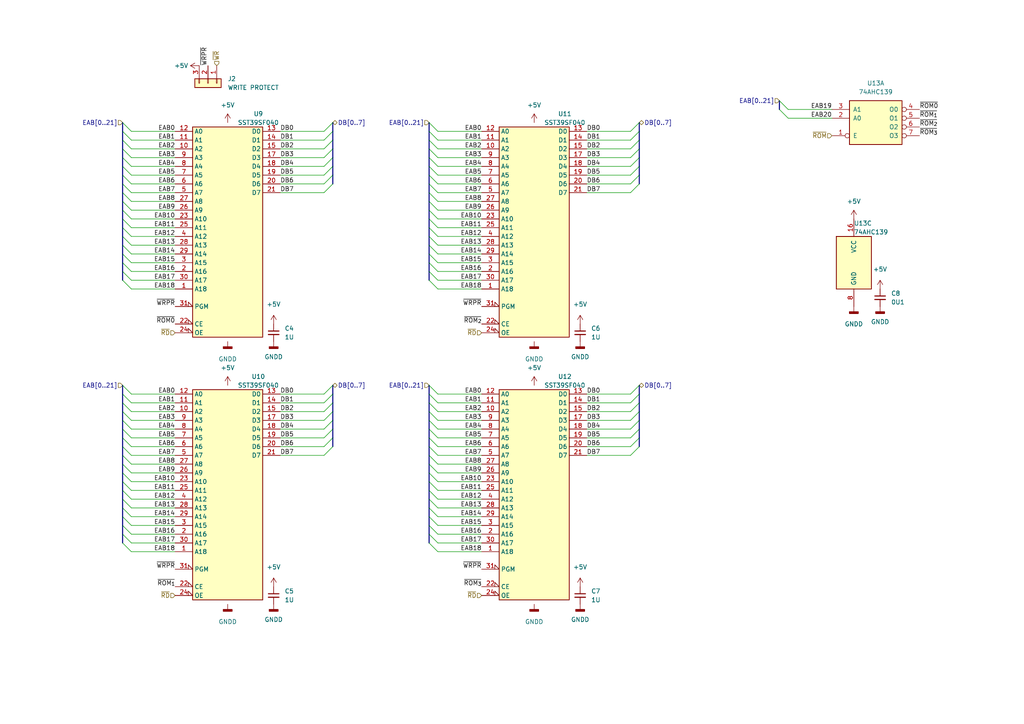
<source format=kicad_sch>
(kicad_sch (version 20211123) (generator eeschema)
  (paper "A4")
  (title_block (title "Z80 CPU INTERPOSER ROM") (date "2022-10-21") (rev "1030211022") (company "LISTOFOPTIONS") (comment 4 "rom is paged in on pages 4..127, and is in lower memory"))
  (lib_symbols
    (symbol "74xx:74LS139" (pin_names (offset 1.016))
      (property "Reference" "U" (at -7.62 8.89 0))
      (property "Value" "74LS139" (at -7.62 -8.89 0))
      (symbol "74LS139_1_0"
        (pin input inverted (at -12.7 -5.08 0) (length 5.08) (name "E") (number "1"))
        (pin input line (at -12.7 0 0) (length 5.08) (name "A0") (number "2"))
        (pin input line (at -12.7 2.54 0) (length 5.08) (name "A1") (number "3"))
        (pin output inverted (at 12.7 2.54 180) (length 5.08) (name "O0") (number "4"))
        (pin output inverted (at 12.7 0 180) (length 5.08) (name "O1") (number "5"))
        (pin output inverted (at 12.7 -2.54 180) (length 5.08) (name "O2") (number "6"))
        (pin output inverted (at 12.7 -5.08 180) (length 5.08) (name "O3") (number "7"))
      )
      (symbol "74LS139_1_1"
        (rectangle (start -7.62 5.08) (end 7.62 -7.62) (stroke (width 0.254)) (fill (type background)))
      )
      (symbol "74LS139_2_0"
        (pin output inverted (at 12.7 -2.54 180) (length 5.08) (name "O2") (number "10"))
        (pin output inverted (at 12.7 0 180) (length 5.08) (name "O1") (number "11"))
        (pin output inverted (at 12.7 2.54 180) (length 5.08) (name "O0") (number "12"))
        (pin input line (at -12.7 2.54 0) (length 5.08) (name "A1") (number "13"))
        (pin input line (at -12.7 0 0) (length 5.08) (name "A0") (number "14"))
        (pin input inverted (at -12.7 -5.08 0) (length 5.08) (name "E") (number "15"))
        (pin output inverted (at 12.7 -5.08 180) (length 5.08) (name "O3") (number "9"))
      )
      (symbol "74LS139_2_1"
        (rectangle (start -7.62 5.08) (end 7.62 -7.62) (stroke (width 0.254)) (fill (type background)))
      )
      (symbol "74LS139_3_0"
        (pin power_in line (at 0 12.7 270) (length 5.08) (name "VCC") (number "16"))
        (pin power_in line (at 0 -12.7 90) (length 5.08) (name "GND") (number "8"))
      )
      (symbol "74LS139_3_1"
        (rectangle (start -5.08 7.62) (end 5.08 -7.62) (stroke (width 0.254)) (fill (type background)))
      )
    )
    (symbol "Connector_Generic:Conn_01x03" (pin_names (offset 1.016) hide)
      (property "Reference" "J" (at 0 5.08 0))
      (property "Value" "Conn_01x03" (at 0 -5.08 0))
      (symbol "Conn_01x03_1_1"
        (rectangle (start -1.27 -2.413) (end 0 -2.667) (stroke (width 0.1524)))
        (rectangle (start -1.27 0.127) (end 0 -0.127) (stroke (width 0.1524)))
        (rectangle (start -1.27 2.667) (end 0 2.413) (stroke (width 0.1524)))
        (rectangle (start -1.27 3.81) (end 1.27 -3.81) (stroke (width 0.254)) (fill (type background)))
        (pin passive line (at -5.08 2.54 0) (length 3.81) (name "Pin_1") (number "1"))
        (pin passive line (at -5.08 0 0) (length 3.81) (name "Pin_2") (number "2"))
        (pin passive line (at -5.08 -2.54 0) (length 3.81) (name "Pin_3") (number "3"))
      )
    )
    (symbol "Device:C_Small" (pin_numbers hide) (pin_names (offset 0.254) hide)
      (property "Reference" "C" (at 0.254 1.778 0))
      (property "Value" "C_Small" (at 0.254 -2.032 0))
      (symbol "C_Small_0_1"
        (polyline (pts (xy -1.524 -0.508) (xy 1.524 -0.508)) (stroke (width 0.3302)))
        (polyline (pts (xy -1.524 0.508) (xy 1.524 0.508)) (stroke (width 0.3048)))
      )
      (symbol "C_Small_1_1"
        (pin passive line (at 0 2.54 270) (length 2.032) (name "~") (number "1"))
        (pin passive line (at 0 -2.54 90) (length 2.032) (name "~") (number "2"))
      )
    )
    (symbol "Memory_Flash:SST39SF040"
      (property "Reference" "U" (at 2.54 33.02 0))
      (property "Value" "SST39SF040" (at 0 -30.48 0))
      (symbol "SST39SF040_0_0"
        (pin power_in line (at 0 -30.48 90) (length 1.27) hide (name "GND") (number "16"))
        (pin power_in line (at 0 33.02 270) (length 1.27) hide (name "VCC") (number "32"))
      )
      (symbol "SST39SF040_0_1"
        (rectangle (start -10.16 31.75) (end 10.16 -29.21) (stroke (width 0.254)) (fill (type background)))
      )
      (symbol "SST39SF040_1_1"
        (pin input line (at -15.24 -15.24 0) (length 5.08) (name "A18") (number "1"))
        (pin input line (at -15.24 25.4 0) (length 5.08) (name "A2") (number "10"))
        (pin input line (at -15.24 27.94 0) (length 5.08) (name "A1") (number "11"))
        (pin input line (at -15.24 30.48 0) (length 5.08) (name "A0") (number "12"))
        (pin tri_state line (at 15.24 30.48 180) (length 5.08) (name "D0") (number "13"))
        (pin tri_state line (at 15.24 27.94 180) (length 5.08) (name "D1") (number "14"))
        (pin tri_state line (at 15.24 25.4 180) (length 5.08) (name "D2") (number "15"))
        (pin tri_state line (at 15.24 22.86 180) (length 5.08) (name "D3") (number "17"))
        (pin tri_state line (at 15.24 20.32 180) (length 5.08) (name "D4") (number "18"))
        (pin tri_state line (at 15.24 17.78 180) (length 5.08) (name "D5") (number "19"))
        (pin input line (at -15.24 -10.16 0) (length 5.08) (name "A16") (number "2"))
        (pin tri_state line (at 15.24 15.24 180) (length 5.08) (name "D6") (number "20"))
        (pin tri_state line (at 15.24 12.7 180) (length 5.08) (name "D7") (number "21"))
        (pin input input_low (at -15.24 -25.4 0) (length 5.08) (name "CE") (number "22"))
        (pin input line (at -15.24 5.08 0) (length 5.08) (name "A10") (number "23"))
        (pin input input_low (at -15.24 -27.94 0) (length 5.08) (name "OE") (number "24"))
        (pin input line (at -15.24 2.54 0) (length 5.08) (name "A11") (number "25"))
        (pin input line (at -15.24 7.62 0) (length 5.08) (name "A9") (number "26"))
        (pin input line (at -15.24 10.16 0) (length 5.08) (name "A8") (number "27"))
        (pin input line (at -15.24 -2.54 0) (length 5.08) (name "A13") (number "28"))
        (pin input line (at -15.24 -5.08 0) (length 5.08) (name "A14") (number "29"))
        (pin input line (at -15.24 -7.62 0) (length 5.08) (name "A15") (number "3"))
        (pin input line (at -15.24 -12.7 0) (length 5.08) (name "A17") (number "30"))
        (pin input input_low (at -15.24 -20.32 0) (length 5.08) (name "PGM") (number "31"))
        (pin input line (at -15.24 0 0) (length 5.08) (name "A12") (number "4"))
        (pin input line (at -15.24 12.7 0) (length 5.08) (name "A7") (number "5"))
        (pin input line (at -15.24 15.24 0) (length 5.08) (name "A6") (number "6"))
        (pin input line (at -15.24 17.78 0) (length 5.08) (name "A5") (number "7"))
        (pin input line (at -15.24 20.32 0) (length 5.08) (name "A4") (number "8"))
        (pin input line (at -15.24 22.86 0) (length 5.08) (name "A3") (number "9"))
      )
    )
    (symbol "power:+5V" (power) (pin_names (offset 0))
      (property "Value" "+5V" (at 0 3.556 0))
      (symbol "+5V_0_1"
        (polyline (pts (xy -0.762 1.27) (xy 0 2.54)))
        (polyline (pts (xy 0 0) (xy 0 2.54)))
        (polyline (pts (xy 0 2.54) (xy 0.762 1.27)))
      )
      (symbol "+5V_1_1"
        (pin power_in line (at 0 0 90) (length 0) hide (name "+5V") (number "1"))
      )
    )
    (symbol "power:GNDD" (power) (pin_names (offset 0))
      (property "Value" "GNDD" (at 0 -3.175 0))
      (symbol "GNDD_0_1"
        (rectangle (start -1.27 -1.524) (end 1.27 -2.032) (stroke (width 0.254)) (fill (type outline)))
        (polyline (pts (xy 0 0) (xy 0 -1.524)))
      )
      (symbol "GNDD_1_1"
        (pin power_in line (at 0 0 270) (length 0) hide (name "GNDD") (number "1"))
      )
    )
  )
  (bus_entry (at 35.56 119.38) (size 2.54 2.54))
  (bus_entry (at 35.56 50.8) (size 2.54 2.54))
  (bus_entry (at 96.52 127) (size -2.54 2.54))
  (bus_entry (at 35.56 149.86) (size 2.54 2.54))
  (bus_entry (at 124.46 48.26) (size 2.54 2.54))
  (bus_entry (at 35.56 144.78) (size 2.54 2.54))
  (bus_entry (at 124.46 127) (size 2.54 2.54))
  (bus_entry (at 96.52 40.64) (size -2.54 2.54))
  (bus_entry (at 124.46 68.58) (size 2.54 2.54))
  (bus_entry (at 35.56 137.16) (size 2.54 2.54))
  (bus_entry (at 35.56 116.84) (size 2.54 2.54))
  (bus_entry (at 35.56 66.04) (size 2.54 2.54))
  (bus_entry (at 35.56 60.96) (size 2.54 2.54))
  (bus_entry (at 35.56 132.08) (size 2.54 2.54))
  (bus_entry (at 124.46 137.16) (size 2.54 2.54))
  (bus_entry (at 185.42 129.54) (size -2.54 2.54))
  (bus_entry (at 124.46 154.94) (size 2.54 2.54))
  (bus_entry (at 96.52 119.38) (size -2.54 2.54))
  (bus_entry (at 35.56 53.34) (size 2.54 2.54))
  (bus_entry (at 185.42 53.34) (size -2.54 2.54))
  (bus_entry (at 35.56 81.28) (size 2.54 2.54))
  (bus_entry (at 96.52 124.46) (size -2.54 2.54))
  (bus_entry (at 124.46 76.2) (size 2.54 2.54))
  (bus_entry (at 124.46 78.74) (size 2.54 2.54))
  (bus_entry (at 35.56 129.54) (size 2.54 2.54))
  (bus_entry (at 35.56 124.46) (size 2.54 2.54))
  (bus_entry (at 124.46 40.64) (size 2.54 2.54))
  (bus_entry (at 124.46 71.12) (size 2.54 2.54))
  (bus_entry (at 96.52 121.92) (size -2.54 2.54))
  (bus_entry (at 35.56 38.1) (size 2.54 2.54))
  (bus_entry (at 185.42 48.26) (size -2.54 2.54))
  (bus_entry (at 35.56 147.32) (size 2.54 2.54))
  (bus_entry (at 185.42 127) (size -2.54 2.54))
  (bus_entry (at 185.42 43.18) (size -2.54 2.54))
  (bus_entry (at 96.52 50.8) (size -2.54 2.54))
  (bus_entry (at 35.56 121.92) (size 2.54 2.54))
  (bus_entry (at 124.46 134.62) (size 2.54 2.54))
  (bus_entry (at 35.56 55.88) (size 2.54 2.54))
  (bus_entry (at 35.56 71.12) (size 2.54 2.54))
  (bus_entry (at 124.46 114.3) (size 2.54 2.54))
  (bus_entry (at 35.56 157.48) (size 2.54 2.54))
  (bus_entry (at 185.42 38.1) (size -2.54 2.54))
  (bus_entry (at 185.42 119.38) (size -2.54 2.54))
  (bus_entry (at 124.46 124.46) (size 2.54 2.54))
  (bus_entry (at 96.52 111.76) (size -2.54 2.54))
  (bus_entry (at 124.46 35.56) (size 2.54 2.54))
  (bus_entry (at 96.52 48.26) (size -2.54 2.54))
  (bus_entry (at 124.46 58.42) (size 2.54 2.54))
  (bus_entry (at 226.06 31.75) (size 2.54 2.54))
  (bus_entry (at 124.46 144.78) (size 2.54 2.54))
  (bus_entry (at 35.56 76.2) (size 2.54 2.54))
  (bus_entry (at 124.46 147.32) (size 2.54 2.54))
  (bus_entry (at 185.42 35.56) (size -2.54 2.54))
  (bus_entry (at 185.42 40.64) (size -2.54 2.54))
  (bus_entry (at 124.46 139.7) (size 2.54 2.54))
  (bus_entry (at 96.52 116.84) (size -2.54 2.54))
  (bus_entry (at 35.56 134.62) (size 2.54 2.54))
  (bus_entry (at 35.56 73.66) (size 2.54 2.54))
  (bus_entry (at 124.46 66.04) (size 2.54 2.54))
  (bus_entry (at 124.46 152.4) (size 2.54 2.54))
  (bus_entry (at 124.46 157.48) (size 2.54 2.54))
  (bus_entry (at 124.46 142.24) (size 2.54 2.54))
  (bus_entry (at 35.56 48.26) (size 2.54 2.54))
  (bus_entry (at 35.56 68.58) (size 2.54 2.54))
  (bus_entry (at 124.46 132.08) (size 2.54 2.54))
  (bus_entry (at 96.52 38.1) (size -2.54 2.54))
  (bus_entry (at 35.56 35.56) (size 2.54 2.54))
  (bus_entry (at 185.42 50.8) (size -2.54 2.54))
  (bus_entry (at 124.46 73.66) (size 2.54 2.54))
  (bus_entry (at 35.56 114.3) (size 2.54 2.54))
  (bus_entry (at 124.46 60.96) (size 2.54 2.54))
  (bus_entry (at 96.52 129.54) (size -2.54 2.54))
  (bus_entry (at 96.52 114.3) (size -2.54 2.54))
  (bus_entry (at 124.46 63.5) (size 2.54 2.54))
  (bus_entry (at 124.46 121.92) (size 2.54 2.54))
  (bus_entry (at 124.46 50.8) (size 2.54 2.54))
  (bus_entry (at 35.56 58.42) (size 2.54 2.54))
  (bus_entry (at 96.52 45.72) (size -2.54 2.54))
  (bus_entry (at 35.56 139.7) (size 2.54 2.54))
  (bus_entry (at 124.46 81.28) (size 2.54 2.54))
  (bus_entry (at 124.46 149.86) (size 2.54 2.54))
  (bus_entry (at 185.42 111.76) (size -2.54 2.54))
  (bus_entry (at 124.46 45.72) (size 2.54 2.54))
  (bus_entry (at 35.56 63.5) (size 2.54 2.54))
  (bus_entry (at 226.06 29.21) (size 2.54 2.54))
  (bus_entry (at 124.46 38.1) (size 2.54 2.54))
  (bus_entry (at 96.52 43.18) (size -2.54 2.54))
  (bus_entry (at 185.42 121.92) (size -2.54 2.54))
  (bus_entry (at 35.56 152.4) (size 2.54 2.54))
  (bus_entry (at 35.56 111.76) (size 2.54 2.54))
  (bus_entry (at 35.56 127) (size 2.54 2.54))
  (bus_entry (at 124.46 55.88) (size 2.54 2.54))
  (bus_entry (at 124.46 119.38) (size 2.54 2.54))
  (bus_entry (at 96.52 35.56) (size -2.54 2.54))
  (bus_entry (at 124.46 111.76) (size 2.54 2.54))
  (bus_entry (at 35.56 43.18) (size 2.54 2.54))
  (bus_entry (at 185.42 116.84) (size -2.54 2.54))
  (bus_entry (at 124.46 129.54) (size 2.54 2.54))
  (bus_entry (at 35.56 142.24) (size 2.54 2.54))
  (bus_entry (at 124.46 116.84) (size 2.54 2.54))
  (bus_entry (at 124.46 43.18) (size 2.54 2.54))
  (bus_entry (at 185.42 45.72) (size -2.54 2.54))
  (bus_entry (at 96.52 53.34) (size -2.54 2.54))
  (bus_entry (at 35.56 40.64) (size 2.54 2.54))
  (bus_entry (at 185.42 124.46) (size -2.54 2.54))
  (bus_entry (at 35.56 154.94) (size 2.54 2.54))
  (bus_entry (at 35.56 45.72) (size 2.54 2.54))
  (bus_entry (at 124.46 53.34) (size 2.54 2.54))
  (bus_entry (at 185.42 114.3) (size -2.54 2.54))
  (bus_entry (at 35.56 78.74) (size 2.54 2.54))
  (wire (pts (xy 93.98 132.08) (xy 81.28 132.08)))
  (bus (pts (xy 35.56 58.42) (xy 35.56 60.96)))
  (wire (pts (xy 127 116.84) (xy 139.7 116.84)))
  (bus (pts (xy 35.56 132.08) (xy 35.56 134.62)))
  (wire (pts (xy 127 48.26) (xy 139.7 48.26)))
  (bus (pts (xy 35.56 147.32) (xy 35.56 149.86)))
  (wire (pts (xy 38.1 45.72) (xy 50.8 45.72)))
  (wire (pts (xy 93.98 48.26) (xy 81.28 48.26)))
  (wire (pts (xy 228.6 31.75) (xy 241.3 31.75)))
  (wire (pts (xy 38.1 71.12) (xy 50.8 71.12)))
  (wire (pts (xy 127 129.54) (xy 139.7 129.54)))
  (wire (pts (xy 38.1 144.78) (xy 50.8 144.78)))
  (wire (pts (xy 182.88 132.08) (xy 170.18 132.08)))
  (bus (pts (xy 35.56 40.64) (xy 35.56 43.18)))
  (wire (pts (xy 93.98 129.54) (xy 81.28 129.54)))
  (bus (pts (xy 35.56 73.66) (xy 35.56 76.2)))
  (bus (pts (xy 124.46 38.1) (xy 124.46 40.64)))
  (wire (pts (xy 127 124.46) (xy 139.7 124.46)))
  (wire (pts (xy 93.98 40.64) (xy 81.28 40.64)))
  (bus (pts (xy 35.56 76.2) (xy 35.56 78.74)))
  (wire (pts (xy 127 38.1) (xy 139.7 38.1)))
  (bus (pts (xy 185.42 124.46) (xy 185.42 127)))
  (wire (pts (xy 93.98 116.84) (xy 81.28 116.84)))
  (bus (pts (xy 185.42 116.84) (xy 185.42 119.38)))
  (wire (pts (xy 182.88 45.72) (xy 170.18 45.72)))
  (wire (pts (xy 38.1 83.82) (xy 50.8 83.82)))
  (wire (pts (xy 38.1 137.16) (xy 50.8 137.16)))
  (wire (pts (xy 38.1 129.54) (xy 50.8 129.54)))
  (wire (pts (xy 127 114.3) (xy 139.7 114.3)))
  (wire (pts (xy 38.1 139.7) (xy 50.8 139.7)))
  (wire (pts (xy 93.98 119.38) (xy 81.28 119.38)))
  (bus (pts (xy 96.52 40.64) (xy 96.52 43.18)))
  (bus (pts (xy 96.52 116.84) (xy 96.52 119.38)))
  (bus (pts (xy 35.56 66.04) (xy 35.56 68.58)))
  (bus (pts (xy 124.46 63.5) (xy 124.46 66.04)))
  (bus (pts (xy 124.46 48.26) (xy 124.46 50.8)))
  (wire (pts (xy 38.1 127) (xy 50.8 127)))
  (bus (pts (xy 96.52 127) (xy 96.52 129.54)))
  (bus (pts (xy 226.06 29.21) (xy 226.06 31.75)))
  (bus (pts (xy 35.56 55.88) (xy 35.56 58.42)))
  (bus (pts (xy 124.46 40.64) (xy 124.46 43.18)))
  (wire (pts (xy 38.1 55.88) (xy 50.8 55.88)))
  (bus (pts (xy 35.56 114.3) (xy 35.56 116.84)))
  (wire (pts (xy 38.1 53.34) (xy 50.8 53.34)))
  (wire (pts (xy 93.98 50.8) (xy 81.28 50.8)))
  (wire (pts (xy 127 73.66) (xy 139.7 73.66)))
  (bus (pts (xy 185.42 121.92) (xy 185.42 124.46)))
  (bus (pts (xy 185.42 38.1) (xy 185.42 40.64)))
  (wire (pts (xy 182.88 129.54) (xy 170.18 129.54)))
  (bus (pts (xy 124.46 152.4) (xy 124.46 154.94)))
  (wire (pts (xy 93.98 124.46) (xy 81.28 124.46)))
  (wire (pts (xy 182.88 116.84) (xy 170.18 116.84)))
  (wire (pts (xy 93.98 121.92) (xy 81.28 121.92)))
  (wire (pts (xy 38.1 76.2) (xy 50.8 76.2)))
  (bus (pts (xy 35.56 53.34) (xy 35.56 55.88)))
  (bus (pts (xy 124.46 132.08) (xy 124.46 134.62)))
  (wire (pts (xy 127 43.18) (xy 139.7 43.18)))
  (wire (pts (xy 127 40.64) (xy 139.7 40.64)))
  (wire (pts (xy 38.1 40.64) (xy 50.8 40.64)))
  (wire (pts (xy 127 66.04) (xy 139.7 66.04)))
  (bus (pts (xy 35.56 144.78) (xy 35.56 147.32)))
  (wire (pts (xy 93.98 55.88) (xy 81.28 55.88)))
  (wire (pts (xy 38.1 63.5) (xy 50.8 63.5)))
  (bus (pts (xy 124.46 154.94) (xy 124.46 157.48)))
  (bus (pts (xy 35.56 152.4) (xy 35.56 154.94)))
  (wire (pts (xy 38.1 154.94) (xy 50.8 154.94)))
  (bus (pts (xy 35.56 60.96) (xy 35.56 63.5)))
  (wire (pts (xy 127 63.5) (xy 139.7 63.5)))
  (wire (pts (xy 127 160.02) (xy 139.7 160.02)))
  (bus (pts (xy 124.46 134.62) (xy 124.46 137.16)))
  (wire (pts (xy 93.98 45.72) (xy 81.28 45.72)))
  (wire (pts (xy 38.1 58.42) (xy 50.8 58.42)))
  (bus (pts (xy 124.46 142.24) (xy 124.46 144.78)))
  (wire (pts (xy 93.98 114.3) (xy 81.28 114.3)))
  (bus (pts (xy 124.46 35.56) (xy 124.46 38.1)))
  (wire (pts (xy 38.1 114.3) (xy 50.8 114.3)))
  (wire (pts (xy 38.1 132.08) (xy 50.8 132.08)))
  (bus (pts (xy 96.52 38.1) (xy 96.52 40.64)))
  (wire (pts (xy 38.1 78.74) (xy 50.8 78.74)))
  (wire (pts (xy 127 81.28) (xy 139.7 81.28)))
  (bus (pts (xy 96.52 35.56) (xy 96.52 38.1)))
  (wire (pts (xy 127 76.2) (xy 139.7 76.2)))
  (bus (pts (xy 35.56 149.86) (xy 35.56 152.4)))
  (wire (pts (xy 127 134.62) (xy 139.7 134.62)))
  (bus (pts (xy 35.56 35.56) (xy 35.56 38.1)))
  (bus (pts (xy 124.46 114.3) (xy 124.46 116.84)))
  (wire (pts (xy 127 147.32) (xy 139.7 147.32)))
  (wire (pts (xy 127 78.74) (xy 139.7 78.74)))
  (wire (pts (xy 228.6 34.29) (xy 241.3 34.29)))
  (wire (pts (xy 38.1 66.04) (xy 50.8 66.04)))
  (wire (pts (xy 127 121.92) (xy 139.7 121.92)))
  (wire (pts (xy 182.88 53.34) (xy 170.18 53.34)))
  (wire (pts (xy 38.1 157.48) (xy 50.8 157.48)))
  (bus (pts (xy 96.52 111.76) (xy 96.52 114.3)))
  (wire (pts (xy 38.1 149.86) (xy 50.8 149.86)))
  (bus (pts (xy 35.56 63.5) (xy 35.56 66.04)))
  (wire (pts (xy 182.88 127) (xy 170.18 127)))
  (wire (pts (xy 127 68.58) (xy 139.7 68.58)))
  (bus (pts (xy 35.56 45.72) (xy 35.56 48.26)))
  (bus (pts (xy 124.46 119.38) (xy 124.46 121.92)))
  (wire (pts (xy 38.1 147.32) (xy 50.8 147.32)))
  (bus (pts (xy 35.56 142.24) (xy 35.56 144.78)))
  (wire (pts (xy 182.88 40.64) (xy 170.18 40.64)))
  (wire (pts (xy 182.88 38.1) (xy 170.18 38.1)))
  (bus (pts (xy 96.52 121.92) (xy 96.52 124.46)))
  (bus (pts (xy 35.56 111.76) (xy 35.56 114.3)))
  (bus (pts (xy 96.52 45.72) (xy 96.52 48.26)))
  (wire (pts (xy 127 45.72) (xy 139.7 45.72)))
  (bus (pts (xy 124.46 121.92) (xy 124.46 124.46)))
  (wire (pts (xy 127 119.38) (xy 139.7 119.38)))
  (wire (pts (xy 127 55.88) (xy 139.7 55.88)))
  (bus (pts (xy 185.42 119.38) (xy 185.42 121.92)))
  (bus (pts (xy 35.56 50.8) (xy 35.56 53.34)))
  (bus (pts (xy 35.56 129.54) (xy 35.56 132.08)))
  (bus (pts (xy 185.42 50.8) (xy 185.42 53.34)))
  (bus (pts (xy 35.56 43.18) (xy 35.56 45.72)))
  (wire (pts (xy 127 139.7) (xy 139.7 139.7)))
  (bus (pts (xy 35.56 119.38) (xy 35.56 121.92)))
  (bus (pts (xy 185.42 111.76) (xy 185.42 114.3)))
  (wire (pts (xy 127 60.96) (xy 139.7 60.96)))
  (wire (pts (xy 127 154.94) (xy 139.7 154.94)))
  (wire (pts (xy 38.1 116.84) (xy 50.8 116.84)))
  (wire (pts (xy 127 144.78) (xy 139.7 144.78)))
  (wire (pts (xy 38.1 38.1) (xy 50.8 38.1)))
  (wire (pts (xy 182.88 121.92) (xy 170.18 121.92)))
  (bus (pts (xy 35.56 154.94) (xy 35.56 157.48)))
  (wire (pts (xy 127 142.24) (xy 139.7 142.24)))
  (bus (pts (xy 124.46 137.16) (xy 124.46 139.7)))
  (bus (pts (xy 124.46 149.86) (xy 124.46 152.4)))
  (wire (pts (xy 182.88 43.18) (xy 170.18 43.18)))
  (bus (pts (xy 124.46 68.58) (xy 124.46 71.12)))
  (bus (pts (xy 124.46 73.66) (xy 124.46 76.2)))
  (bus (pts (xy 124.46 71.12) (xy 124.46 73.66)))
  (bus (pts (xy 35.56 71.12) (xy 35.56 73.66)))
  (wire (pts (xy 127 157.48) (xy 139.7 157.48)))
  (wire (pts (xy 38.1 124.46) (xy 50.8 124.46)))
  (wire (pts (xy 38.1 81.28) (xy 50.8 81.28)))
  (bus (pts (xy 124.46 144.78) (xy 124.46 147.32)))
  (wire (pts (xy 38.1 48.26) (xy 50.8 48.26)))
  (bus (pts (xy 124.46 127) (xy 124.46 129.54)))
  (bus (pts (xy 124.46 60.96) (xy 124.46 63.5)))
  (wire (pts (xy 182.88 55.88) (xy 170.18 55.88)))
  (wire (pts (xy 38.1 73.66) (xy 50.8 73.66)))
  (wire (pts (xy 182.88 50.8) (xy 170.18 50.8)))
  (wire (pts (xy 127 83.82) (xy 139.7 83.82)))
  (bus (pts (xy 35.56 137.16) (xy 35.56 139.7)))
  (bus (pts (xy 185.42 43.18) (xy 185.42 45.72)))
  (wire (pts (xy 38.1 43.18) (xy 50.8 43.18)))
  (bus (pts (xy 185.42 48.26) (xy 185.42 50.8)))
  (bus (pts (xy 35.56 134.62) (xy 35.56 137.16)))
  (bus (pts (xy 124.46 53.34) (xy 124.46 55.88)))
  (bus (pts (xy 124.46 45.72) (xy 124.46 48.26)))
  (wire (pts (xy 93.98 43.18) (xy 81.28 43.18)))
  (wire (pts (xy 182.88 114.3) (xy 170.18 114.3)))
  (wire (pts (xy 127 152.4) (xy 139.7 152.4)))
  (bus (pts (xy 96.52 50.8) (xy 96.52 53.34)))
  (wire (pts (xy 38.1 152.4) (xy 50.8 152.4)))
  (wire (pts (xy 38.1 142.24) (xy 50.8 142.24)))
  (bus (pts (xy 124.46 147.32) (xy 124.46 149.86)))
  (bus (pts (xy 96.52 48.26) (xy 96.52 50.8)))
  (wire (pts (xy 182.88 119.38) (xy 170.18 119.38)))
  (wire (pts (xy 93.98 53.34) (xy 81.28 53.34)))
  (bus (pts (xy 124.46 111.76) (xy 124.46 114.3)))
  (bus (pts (xy 96.52 43.18) (xy 96.52 45.72)))
  (wire (pts (xy 182.88 48.26) (xy 170.18 48.26)))
  (bus (pts (xy 124.46 55.88) (xy 124.46 58.42)))
  (wire (pts (xy 38.1 160.02) (xy 50.8 160.02)))
  (bus (pts (xy 96.52 114.3) (xy 96.52 116.84)))
  (bus (pts (xy 35.56 48.26) (xy 35.56 50.8)))
  (bus (pts (xy 185.42 127) (xy 185.42 129.54)))
  (bus (pts (xy 124.46 124.46) (xy 124.46 127)))
  (wire (pts (xy 38.1 119.38) (xy 50.8 119.38)))
  (wire (pts (xy 127 127) (xy 139.7 127)))
  (bus (pts (xy 35.56 139.7) (xy 35.56 142.24)))
  (bus (pts (xy 124.46 76.2) (xy 124.46 78.74)))
  (bus (pts (xy 185.42 35.56) (xy 185.42 38.1)))
  (bus (pts (xy 124.46 116.84) (xy 124.46 119.38)))
  (wire (pts (xy 127 50.8) (xy 139.7 50.8)))
  (bus (pts (xy 96.52 124.46) (xy 96.52 127)))
  (wire (pts (xy 38.1 134.62) (xy 50.8 134.62)))
  (bus (pts (xy 185.42 114.3) (xy 185.42 116.84)))
  (wire (pts (xy 127 71.12) (xy 139.7 71.12)))
  (wire (pts (xy 38.1 50.8) (xy 50.8 50.8)))
  (bus (pts (xy 35.56 121.92) (xy 35.56 124.46)))
  (wire (pts (xy 127 132.08) (xy 139.7 132.08)))
  (bus (pts (xy 35.56 68.58) (xy 35.56 71.12)))
  (bus (pts (xy 124.46 50.8) (xy 124.46 53.34)))
  (wire (pts (xy 127 53.34) (xy 139.7 53.34)))
  (bus (pts (xy 124.46 58.42) (xy 124.46 60.96)))
  (bus (pts (xy 124.46 129.54) (xy 124.46 132.08)))
  (wire (pts (xy 38.1 60.96) (xy 50.8 60.96)))
  (wire (pts (xy 38.1 68.58) (xy 50.8 68.58)))
  (bus (pts (xy 185.42 45.72) (xy 185.42 48.26)))
  (bus (pts (xy 35.56 78.74) (xy 35.56 81.28)))
  (wire (pts (xy 93.98 38.1) (xy 81.28 38.1)))
  (bus (pts (xy 185.42 40.64) (xy 185.42 43.18)))
  (wire (pts (xy 93.98 127) (xy 81.28 127)))
  (wire (pts (xy 38.1 121.92) (xy 50.8 121.92)))
  (wire (pts (xy 127 58.42) (xy 139.7 58.42)))
  (wire (pts (xy 127 149.86) (xy 139.7 149.86)))
  (bus (pts (xy 96.52 119.38) (xy 96.52 121.92)))
  (bus (pts (xy 124.46 78.74) (xy 124.46 81.28)))
  (bus (pts (xy 35.56 127) (xy 35.56 129.54)))
  (bus (pts (xy 124.46 139.7) (xy 124.46 142.24)))
  (bus (pts (xy 35.56 116.84) (xy 35.56 119.38)))
  (bus (pts (xy 124.46 43.18) (xy 124.46 45.72)))
  (wire (pts (xy 182.88 124.46) (xy 170.18 124.46)))
  (bus (pts (xy 124.46 66.04) (xy 124.46 68.58)))
  (bus (pts (xy 35.56 124.46) (xy 35.56 127)))
  (bus (pts (xy 35.56 38.1) (xy 35.56 40.64)))
  (wire (pts (xy 127 137.16) (xy 139.7 137.16)))
  (label "DB6" (at 81.28 53.34 0))
  (label "EAB18" (at 139.7 83.82 180))
  (label "EAB10" (at 139.7 139.7 180))
  (label "DB7" (at 170.18 55.88 0))
  (label "EAB11" (at 50.8 66.04 180))
  (label "EAB16" (at 50.8 154.94 180))
  (label "EAB5" (at 50.8 50.8 180))
  (label "EAB14" (at 139.7 73.66 180))
  (label "DB1" (at 170.18 116.84 0))
  (label "DB5" (at 81.28 127 0))
  (label "EAB8" (at 139.7 134.62 180))
  (label "EAB18" (at 50.8 160.02 180))
  (label "~{ROM_{2}}" (at 266.7 36.83 0))
  (label "DB4" (at 170.18 124.46 0))
  (label "EAB17" (at 50.8 157.48 180))
  (label "DB3" (at 170.18 121.92 0))
  (label "EAB17" (at 50.8 81.28 180))
  (label "EAB3" (at 50.8 121.92 180))
  (label "EAB5" (at 139.7 127 180))
  (label "EAB7" (at 139.7 55.88 180))
  (label "EAB15" (at 50.8 152.4 180))
  (label "DB5" (at 81.28 50.8 0))
  (label "DB7" (at 81.28 132.08 0))
  (label "EAB0" (at 50.8 38.1 180))
  (label "DB6" (at 170.18 53.34 0))
  (label "EAB14" (at 50.8 149.86 180))
  (label "~{ROM_{1}}" (at 266.7 34.29 0))
  (label "EAB5" (at 139.7 50.8 180))
  (label "EAB17" (at 139.7 81.28 180))
  (label "EAB18" (at 50.8 83.82 180))
  (label "EAB12" (at 139.7 68.58 180))
  (label "EAB1" (at 139.7 40.64 180))
  (label "~{WRPR}" (at 50.8 165.1 180))
  (label "~{WRPR}" (at 60.325 19.05 90))
  (label "EAB11" (at 139.7 66.04 180))
  (label "DB0" (at 81.28 114.3 0))
  (label "~{ROM_{1}}" (at 50.8 170.18 180))
  (label "DB0" (at 170.18 38.1 0))
  (label "EAB9" (at 50.8 60.96 180))
  (label "EAB1" (at 139.7 116.84 180))
  (label "EAB17" (at 139.7 157.48 180))
  (label "~{ROM0}" (at 50.8 93.98 180))
  (label "~{WRPR}" (at 50.8 88.9 180))
  (label "DB7" (at 170.18 132.08 0))
  (label "DB1" (at 170.18 40.64 0))
  (label "EAB15" (at 50.8 76.2 180))
  (label "DB5" (at 170.18 50.8 0))
  (label "DB0" (at 81.28 38.1 0))
  (label "EAB12" (at 139.7 144.78 180))
  (label "EAB9" (at 139.7 60.96 180))
  (label "EAB0" (at 139.7 114.3 180))
  (label "EAB6" (at 50.8 129.54 180))
  (label "EAB13" (at 50.8 71.12 180))
  (label "DB1" (at 81.28 116.84 0))
  (label "~{WRPR}" (at 139.7 165.1 180))
  (label "EAB15" (at 139.7 76.2 180))
  (label "EAB16" (at 50.8 78.74 180))
  (label "EAB18" (at 139.7 160.02 180))
  (label "EAB0" (at 139.7 38.1 180))
  (label "DB5" (at 170.18 127 0))
  (label "EAB7" (at 139.7 132.08 180))
  (label "EAB3" (at 139.7 45.72 180))
  (label "EAB6" (at 139.7 129.54 180))
  (label "EAB1" (at 50.8 40.64 180))
  (label "EAB6" (at 139.7 53.34 180))
  (label "EAB4" (at 50.8 124.46 180))
  (label "EAB7" (at 50.8 55.88 180))
  (label "DB6" (at 81.28 129.54 0))
  (label "EAB10" (at 50.8 63.5 180))
  (label "DB4" (at 170.18 48.26 0))
  (label "EAB14" (at 139.7 149.86 180))
  (label "EAB13" (at 139.7 147.32 180))
  (label "~{ROM_{2}}" (at 139.7 93.98 180))
  (label "DB0" (at 170.18 114.3 0))
  (label "~{ROM_{3}}" (at 139.7 170.18 180))
  (label "EAB16" (at 139.7 154.94 180))
  (label "EAB7" (at 50.8 132.08 180))
  (label "DB3" (at 170.18 45.72 0))
  (label "EAB2" (at 139.7 119.38 180))
  (label "EAB10" (at 139.7 63.5 180))
  (label "DB2" (at 170.18 119.38 0))
  (label "DB4" (at 81.28 124.46 0))
  (label "EAB3" (at 139.7 121.92 180))
  (label "EAB19" (at 241.3 31.75 180))
  (label "~{ROM_{3}}" (at 266.7 39.37 0))
  (label "EAB14" (at 50.8 73.66 180))
  (label "EAB6" (at 50.8 53.34 180))
  (label "EAB15" (at 139.7 152.4 180))
  (label "EAB20" (at 241.3 34.29 180))
  (label "EAB3" (at 50.8 45.72 180))
  (label "EAB5" (at 50.8 127 180))
  (label "DB1" (at 81.28 40.64 0))
  (label "DB4" (at 81.28 48.26 0))
  (label "EAB12" (at 50.8 144.78 180))
  (label "EAB11" (at 139.7 142.24 180))
  (label "EAB13" (at 139.7 71.12 180))
  (label "EAB4" (at 139.7 124.46 180))
  (label "EAB16" (at 139.7 78.74 180))
  (label "EAB10" (at 50.8 139.7 180))
  (label "EAB11" (at 50.8 142.24 180))
  (label "EAB8" (at 139.7 58.42 180))
  (label "DB3" (at 81.28 45.72 0))
  (label "EAB2" (at 50.8 119.38 180))
  (label "EAB9" (at 139.7 137.16 180))
  (label "EAB1" (at 50.8 116.84 180))
  (label "EAB2" (at 50.8 43.18 180))
  (label "DB2" (at 170.18 43.18 0))
  (label "DB7" (at 81.28 55.88 0))
  (label "EAB0" (at 50.8 114.3 180))
  (label "DB2" (at 81.28 43.18 0))
  (label "EAB2" (at 139.7 43.18 180))
  (label "~{ROM0}" (at 266.7 31.75 0))
  (label "EAB12" (at 50.8 68.58 180))
  (label "EAB13" (at 50.8 147.32 180))
  (label "DB3" (at 81.28 121.92 0))
  (label "~{WRPR}" (at 139.7 88.9 180))
  (label "EAB8" (at 50.8 134.62 180))
  (label "EAB4" (at 50.8 48.26 180))
  (label "EAB8" (at 50.8 58.42 180))
  (label "EAB4" (at 139.7 48.26 180))
  (label "EAB9" (at 50.8 137.16 180))
  (label "DB6" (at 170.18 129.54 0))
  (label "DB2" (at 81.28 119.38 0))
  (hierarchical_label "EAB[0..21]" (shape input) (at 124.46 35.56 180))
  (hierarchical_label "DB[0..7]" (shape bidirectional) (at 96.52 111.76 0))
  (hierarchical_label "~{WR}" (shape input) (at 62.865 19.05 90))
  (hierarchical_label "DB[0..7]" (shape bidirectional) (at 96.52 35.56 0))
  (hierarchical_label "EAB[0..21]" (shape input) (at 124.46 111.76 180))
  (hierarchical_label "~{RD}" (shape input) (at 139.7 172.72 180))
  (hierarchical_label "EAB[0..21]" (shape input) (at 35.56 35.56 180))
  (hierarchical_label "EAB[0..21]" (shape input) (at 226.06 29.21 180))
  (hierarchical_label "EAB[0..21]" (shape input) (at 35.56 111.76 180))
  (hierarchical_label "~{ROM}" (shape input) (at 241.3 39.37 180))
  (hierarchical_label "DB[0..7]" (shape bidirectional) (at 185.42 111.76 0))
  (hierarchical_label "~{RD}" (shape input) (at 139.7 96.52 180))
  (hierarchical_label "~{RD}" (shape input) (at 50.8 96.52 180))
  (hierarchical_label "~{RD}" (shape input) (at 50.8 172.72 180))
  (hierarchical_label "DB[0..7]" (shape bidirectional) (at 185.42 35.56 0))
  (symbol (lib_id "power:+5V") (at 154.94 35.56 0) (unit 1)
    (property "Reference" "#PWR046" (effects hide))
    (property "Value" "+5V" (at 154.94 30.48 0))
  )
  (symbol (lib_id "power:GNDD") (at 154.94 99.06 0) (unit 1)
    (property "Reference" "#PWR047" (effects hide))
    (property "Value" "GNDD" (at 154.94 104.14 0))
  )
  (symbol (lib_id "Memory_Flash:SST39SF040") (at 154.94 144.78 0) (unit 1)
    (property "Reference" "U12" (at 163.83 109.22 0))
    (property "Value" "SST39SF040" (at 163.83 111.76 0))
    (property "Footprint" "Package_SO:TSOP-I-32_14.4x8mm_P0.5mm" (effects hide))
    (property "Datasheet" "http://ww1.microchip.com/downloads/en/DeviceDoc/25022B.pdf" (effects hide))
  )
  (symbol (lib_id "power:+5V") (at 66.04 111.76 0) (unit 1)
    (property "Reference" "#PWR040" (effects hide))
    (property "Value" "+5V" (at 66.04 106.68 0))
  )
  (symbol (lib_id "power:GNDD") (at 247.65 88.9 0) (unit 1)
    (property "Reference" "#PWR055" (effects hide))
    (property "Value" "GNDD" (at 247.65 93.98 0))
  )
  (symbol (lib_id "power:GNDD") (at 79.375 175.26 0) (unit 1)
    (property "Reference" "#PWR045" (effects hide))
    (property "Value" "GNDD" (at 79.375 179.705 0))
  )
  (symbol (lib_id "power:+5V") (at 247.65 63.5 0) (unit 1)
    (property "Reference" "#PWR054" (effects hide))
    (property "Value" "+5V" (at 247.65 58.42 0))
  )
  (symbol (lib_id "Device:C_Small") (at 168.275 172.72 0) (unit 1)
    (property "Reference" "C7" (at 171.45 171.4562 0) (effects (justify left)))
    (property "Value" "1U" (at 171.45 173.9962 0) (effects (justify left)))
    (property "Footprint" "Capacitor_SMD:C_1206_3216Metric" (effects hide))
  )
  (symbol (lib_id "Device:C_Small") (at 79.375 96.52 0) (unit 1)
    (property "Reference" "C4" (at 82.55 95.2562 0) (effects (justify left)))
    (property "Value" "1U" (at 82.55 97.7962 0) (effects (justify left)))
    (property "Footprint" "Capacitor_SMD:C_1206_3216Metric" (effects hide))
  )
  (symbol (lib_id "Device:C_Small") (at 79.375 172.72 0) (unit 1)
    (property "Reference" "C5" (at 82.55 171.4562 0) (effects (justify left)))
    (property "Value" "1U" (at 82.55 173.9962 0) (effects (justify left)))
    (property "Footprint" "Capacitor_SMD:C_1206_3216Metric" (effects hide))
  )
  (symbol (lib_id "power:GNDD") (at 79.375 99.06 0) (unit 1)
    (property "Reference" "#PWR043" (effects hide))
    (property "Value" "GNDD" (at 79.375 103.505 0))
  )
  (symbol (lib_id "74xx:74LS139") (at 254 34.29 0) (unit 1)
    (property "Reference" "U13" (at 254 24.13 0))
    (property "Value" "74AHC139" (at 254 26.67 0))
    (property "Footprint" "Package_SO:TSSOP-16_4.4x5mm_P0.65mm" (effects hide))
    (property "Datasheet" "http://www.ti.com/lit/ds/symlink/sn74ls139a.pdf" (effects hide))
  )
  (symbol (lib_id "Memory_Flash:SST39SF040") (at 66.04 68.58 0) (unit 1)
    (property "Reference" "U9" (at 74.93 33.02 0))
    (property "Value" "SST39SF040" (at 74.93 35.56 0))
    (property "Footprint" "Package_SO:TSOP-I-32_14.4x8mm_P0.5mm" (effects hide))
    (property "Datasheet" "http://ww1.microchip.com/downloads/en/DeviceDoc/25022B.pdf" (effects hide))
  )
  (symbol (lib_id "power:+5V") (at 57.785 19.05 90) (unit 1)
    (property "Reference" "#PWR037" (effects hide))
    (property "Value" "+5V" (at 54.61 19.0499 90) (effects (justify left)))
  )
  (symbol (lib_id "power:GNDD") (at 154.94 175.26 0) (unit 1)
    (property "Reference" "#PWR049" (effects hide))
    (property "Value" "GNDD" (at 154.94 180.34 0))
  )
  (symbol (lib_id "power:GNDD") (at 66.04 99.06 0) (unit 1)
    (property "Reference" "#PWR039" (effects hide))
    (property "Value" "GNDD" (at 66.04 104.14 0))
  )
  (symbol (lib_id "power:+5V") (at 66.04 35.56 0) (unit 1)
    (property "Reference" "#PWR038" (effects hide))
    (property "Value" "+5V" (at 66.04 30.48 0))
  )
  (symbol (lib_id "74xx:74LS139") (at 247.65 76.2 0) (unit 3)
    (property "Reference" "U13" (at 247.65 64.77 0) (effects (justify left)))
    (property "Value" "74AHC139" (at 247.65 67.31 0) (effects (justify left)))
    (property "Footprint" "Package_SO:TSSOP-16_4.4x5mm_P0.65mm" (effects hide))
    (property "Datasheet" "http://www.ti.com/lit/ds/symlink/sn74ls139a.pdf" (effects hide))
  )
  (symbol (lib_id "power:+5V") (at 168.275 93.98 0) (unit 1)
    (property "Reference" "#PWR050" (effects hide))
    (property "Value" "+5V" (at 168.275 88.265 0))
  )
  (symbol (lib_id "Memory_Flash:SST39SF040") (at 154.94 68.58 0) (unit 1)
    (property "Reference" "U11" (at 163.83 33.02 0))
    (property "Value" "SST39SF040" (at 163.83 35.56 0))
    (property "Footprint" "Package_SO:TSOP-I-32_14.4x8mm_P0.5mm" (effects hide))
    (property "Datasheet" "http://ww1.microchip.com/downloads/en/DeviceDoc/25022B.pdf" (effects hide))
  )
  (symbol (lib_id "Device:C_Small") (at 168.275 96.52 0) (unit 1)
    (property "Reference" "C6" (at 171.45 95.2562 0) (effects (justify left)))
    (property "Value" "1U" (at 171.45 97.7962 0) (effects (justify left)))
    (property "Footprint" "Capacitor_SMD:C_1206_3216Metric" (effects hide))
  )
  (symbol (lib_id "power:GNDD") (at 66.04 175.26 0) (unit 1)
    (property "Reference" "#PWR041" (effects hide))
    (property "Value" "GNDD" (at 66.04 180.34 0))
  )
  (symbol (lib_id "power:+5V") (at 255.27 83.82 0) (unit 1)
    (property "Reference" "#PWR056" (effects hide))
    (property "Value" "+5V" (at 255.27 78.105 0))
  )
  (symbol (lib_id "power:GNDD") (at 168.275 175.26 0) (unit 1)
    (property "Reference" "#PWR053" (effects hide))
    (property "Value" "GNDD" (at 168.275 179.705 0))
  )
  (symbol (lib_id "power:+5V") (at 154.94 111.76 0) (unit 1)
    (property "Reference" "#PWR048" (effects hide))
    (property "Value" "+5V" (at 154.94 106.68 0))
  )
  (symbol (lib_id "Connector_Generic:Conn_01x03") (at 60.325 24.13 270) (unit 1)
    (property "Reference" "J2" (at 66.04 22.8599 90) (effects (justify left)))
    (property "Value" "WRITE PROTECT" (at 66.04 25.3999 90) (effects (justify left)))
    (property "Footprint" "Connector_PinHeader_2.54mm:PinHeader_1x03_P2.54mm_Vertical" (effects hide))
  )
  (symbol (lib_id "power:+5V") (at 168.275 170.18 0) (unit 1)
    (property "Reference" "#PWR052" (effects hide))
    (property "Value" "+5V" (at 168.275 164.465 0))
  )
  (symbol (lib_id "Memory_Flash:SST39SF040") (at 66.04 144.78 0) (unit 1)
    (property "Reference" "U10" (at 74.93 109.22 0))
    (property "Value" "SST39SF040" (at 74.93 111.76 0))
    (property "Footprint" "Package_SO:TSOP-I-32_14.4x8mm_P0.5mm" (effects hide))
    (property "Datasheet" "http://ww1.microchip.com/downloads/en/DeviceDoc/25022B.pdf" (effects hide))
  )
  (symbol (lib_id "power:GNDD") (at 168.275 99.06 0) (unit 1)
    (property "Reference" "#PWR051" (effects hide))
    (property "Value" "GNDD" (at 168.275 103.505 0))
  )
  (symbol (lib_id "power:+5V") (at 79.375 93.98 0) (unit 1)
    (property "Reference" "#PWR042" (effects hide))
    (property "Value" "+5V" (at 79.375 88.265 0))
  )
  (symbol (lib_id "power:+5V") (at 79.375 170.18 0) (unit 1)
    (property "Reference" "#PWR044" (effects hide))
    (property "Value" "+5V" (at 79.375 164.465 0))
  )
  (symbol (lib_id "power:GNDD") (at 255.27 88.9 0) (unit 1)
    (property "Reference" "#PWR057" (effects hide))
    (property "Value" "GNDD" (at 255.27 93.345 0))
  )
  (symbol (lib_id "Device:C_Small") (at 255.27 86.36 0) (unit 1)
    (property "Reference" "C8" (at 258.445 85.0962 0) (effects (justify left)))
    (property "Value" "0U1" (at 258.445 87.6362 0) (effects (justify left)))
    (property "Footprint" "Capacitor_SMD:C_0603_1608Metric" (effects hide))
  )
)
</source>
